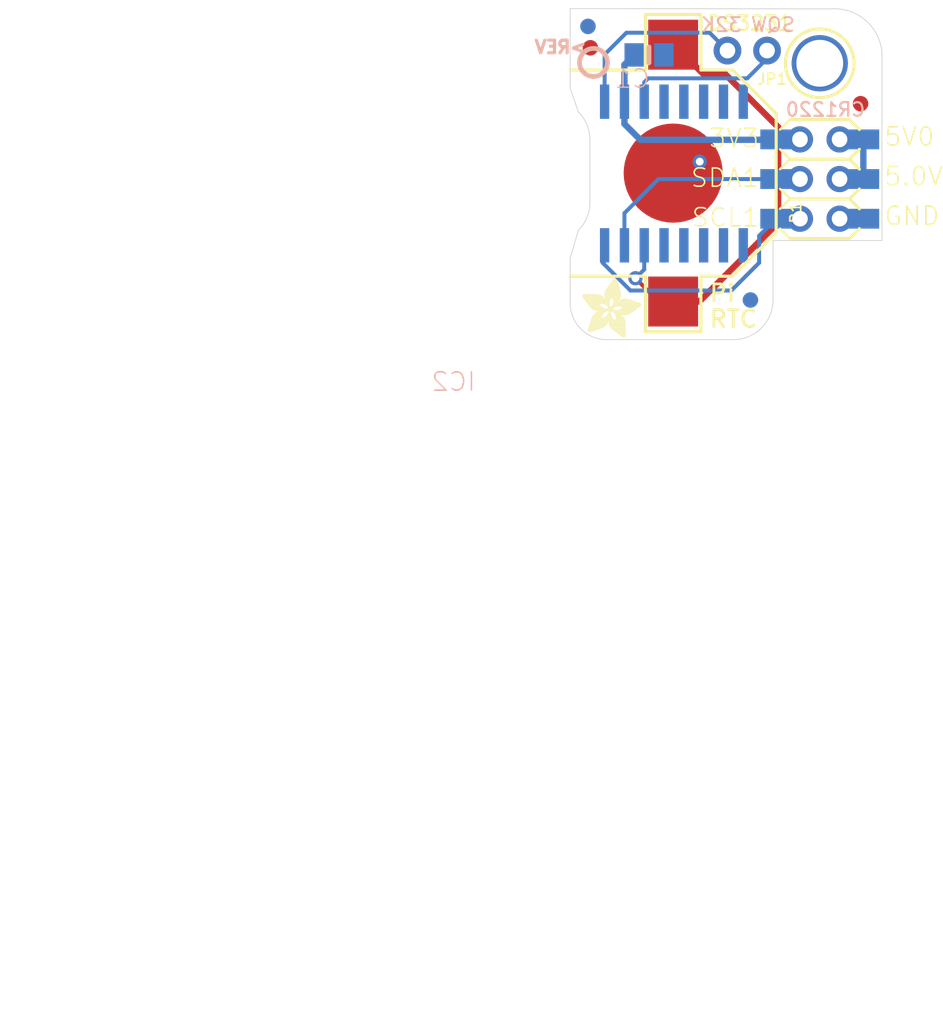
<source format=kicad_pcb>
(kicad_pcb (version 20211014) (generator pcbnew)
  (layers (0 "F.Cu" signal) (1 "In1.Cu" signal) (2 "In2.Cu" signal) (3 "In3.Cu" signal) (4 "In4.Cu" signal) (5 "In5.Cu" signal) (6 "In6.Cu" signal) (7 "In7.Cu" signal) (8 "In8.Cu" signal) (9 "In9.Cu" signal) (10 "In10.Cu" signal) (11 "In11.Cu" signal) (12 "In12.Cu" signal) (13 "In13.Cu" signal) (14 "In14.Cu" signal) (31 "B.Cu" signal) (34 "B.Paste" user) (35 "F.Paste" user) (36 "B.SilkS" user "B.Silkscreen") (37 "F.SilkS" user "F.Silkscreen") (38 "B.Mask" user) (39 "F.Mask" user) (44 "Edge.Cuts" user))
  (net 0 "")
  (net 1 "GND")
  (net 2 "SDA")
  (net 3 "SCL")
  (net 4 "VBAT")
  (net 5 "+5V")
  (net 6 "3.3V")
  (net 7 "32KHZ")
  (net 8 "SQW")
  (net 9 "~{RTC_RST}")
  (footprint "boardEagle:FIDUCIAL_1MM" (layer "F.Cu") (at 157.124829 100.4951 180)
    (fp_text reference "FID2" hide)
    (fp_text value "FIDUCIAL_1MM" hide)
    (pad "1" smd roundrect (at 0 0 180) (size 1 1) (layers "F.Cu" "F.Mask") (roundrect_rratio 0.5))
  )
  (footprint "boardEagle:RASPBERRYPI_2X3_THMSMT" (layer "F.Cu") (at 154.508629 105.3211)
    (fp_text reference "RPI1" hide)
    (fp_text value "RASPBERRYPI_2X3" hide)
    (fp_text user "5V0" (at 4.064 -2.032) (layer "F.SilkS") (effects (font (size 1.1684 1.1684) (thickness 0.1016)) (justify left bottom)))
    (fp_text user "3V3" (at -3.81 -3.302) (layer "F.SilkS") (effects (font (size 1.1684 1.1684) (thickness 0.1016)) (justify right top)))
    (fp_text user "SCL1" (at -3.81 1.778) (layer "F.SilkS") (effects (font (size 1.1684 1.1684) (thickness 0.1016)) (justify right top)))
    (fp_text user "GND" (at 4.064 3.048) (layer "F.SilkS") (effects (font (size 1.1684 1.1684) (thickness 0.1016)) (justify left bottom)))
    (fp_text user "SDA1" (at -3.81 -0.762) (layer "F.SilkS") (effects (font (size 1.1684 1.1684) (thickness 0.1016)) (justify right top)))
    (fp_text user "5.0V" (at 4.064 0.508) (layer "F.SilkS") (effects (font (size 1.1684 1.1684) (thickness 0.1016)) (justify left bottom)))
    (pad "1" thru_hole circle (at -1.27 -2.54 270) (size 1.6764 1.6764) (drill 1) (layers *.Cu *.Mask) (net 6 "3.3V"))
    (pad "1'" smd rect (at -2.794 -2.54 90) (size 1.27 2.032) (layers "B.Cu" "B.Paste" "B.Mask") (net 6 "3.3V"))
    (pad "2" thru_hole circle (at 1.27 -2.54 270) (size 1.6764 1.6764) (drill 1) (layers *.Cu *.Mask) (net 5 "+5V"))
    (pad "2'" smd rect (at 2.794 -2.54 90) (size 1.27 2.032) (layers "B.Cu" "B.Paste" "B.Mask") (net 5 "+5V"))
    (pad "3" thru_hole circle (at -1.27 0 270) (size 1.6764 1.6764) (drill 1) (layers *.Cu *.Mask) (net 2 "SDA"))
    (pad "3'" smd rect (at -2.794 0 90) (size 1.27 2.032) (layers "B.Cu" "B.Paste" "B.Mask") (net 2 "SDA"))
    (pad "4" thru_hole circle (at 1.27 0 270) (size 1.6764 1.6764) (drill 1) (layers *.Cu *.Mask) (net 5 "+5V"))
    (pad "4'" smd rect (at 2.794 0 90) (size 1.27 2.032) (layers "B.Cu" "B.Paste" "B.Mask") (net 5 "+5V"))
    (pad "5" thru_hole circle (at -1.27 2.54 270) (size 1.6764 1.6764) (drill 1) (layers *.Cu *.Mask) (net 3 "SCL"))
    (pad "5'" smd rect (at -2.794 2.54 90) (size 1.27 2.032) (layers "B.Cu" "B.Paste" "B.Mask") (net 3 "SCL"))
    (pad "6" thru_hole circle (at 1.27 2.54 270) (size 1.6764 1.6764) (drill 1) (layers *.Cu *.Mask) (net 1 "GND"))
    (pad "6'" smd rect (at 2.794 2.54 90) (size 1.27 2.032) (layers "B.Cu" "B.Paste" "B.Mask") (net 1 "GND"))
  )
  (footprint "boardEagle:1X02_ROUND" (layer "F.Cu") (at 149.860429 97.0915 180)
    (fp_text reference "JP1" (at -2.6162 -1.8288) (layer "F.SilkS") (effects (font (size 0.692831 0.692831) (thickness 0.119969)) (justify right)))
    (fp_text value "")
    (pad "1" thru_hole circle (at -1.27 0 270) (size 1.778 1.778) (drill 1) (layers *.Cu *.Mask) (net 8 "SQW"))
    (pad "2" thru_hole circle (at 1.27 0 270) (size 1.778 1.778) (drill 1) (layers *.Cu *.Mask) (net 7 "32KHZ"))
  )
  (footprint "boardEagle:CR1220" (layer "F.Cu") (at 145.110629 104.9401 90)
    (fp_text reference "B1" (at -3.302 7.86 90) (layer "F.SilkS") (effects (font (size 0.692831 0.692831) (thickness 0.119969)) (justify left)))
    (fp_text value "CR1220")
    (pad "+$1" smd rect (at -8.2254 0 90) (size 3.2 3.2) (layers "F.Cu" "F.Paste" "F.Mask") (net 4 "VBAT"))
    (pad "+$2" smd rect (at 8.2254 0 90) (size 3.2 3.2) (layers "F.Cu" "F.Paste" "F.Mask") (net 4 "VBAT"))
    (pad "-" smd roundrect (at 0 0 90) (size 6.35 6.35) (layers "F.Cu" "F.Mask") (roundrect_rratio 0.5) (net 1 "GND"))
  )
  (footprint "boardEagle:ADAFRUIT_3.5MM" (layer "F.Cu") (at 139.268629 115.4811)
    (fp_text reference "U$2" hide)
    (fp_text value "" hide)
  )
  (footprint "boardEagle:MOUNTINGHOLE_3.0_PLATEDTHIN" (layer "F.Cu") (at 154.508629 97.9043 180)
    (fp_text reference "U$4" hide)
    (fp_text value "MOUNTINGHOLE3.0THIN" hide)
    (pad "P$1" thru_hole circle (at 0 0 180) (size 3.6 3.6) (drill 3) (layers *.Cu *.Mask))
  )
  (footprint "boardEagle:FIDUCIAL_1MM" (layer "F.Cu") (at 139.802029 96.9137 180)
    (fp_text reference "FID1" hide)
    (fp_text value "FIDUCIAL_1MM" hide)
    (pad "1" smd roundrect (at 0 0 180) (size 1 1) (layers "F.Cu" "F.Mask") (roundrect_rratio 0.5))
  )
  (footprint "boardEagle:FIDUCIAL_1MM" (layer "B.Cu") (at 150.063629 113.0681 180)
    (fp_text reference "FID3" hide)
    (fp_text value "FIDUCIAL_1MM" hide)
    (pad "1" smd roundrect (at 0 0 180) (size 1 1) (layers "B.Cu" "B.Mask") (roundrect_rratio 0.5))
  )
  (footprint "boardEagle:0805-NO" (layer "B.Cu") (at 143.561229 97.3709)
    (fp_text reference "C1" (at -2.286 1.524) (layer "B.SilkS") (effects (font (size 1.176691 1.176691) (thickness 0.093309)) (justify right mirror)))
    (fp_text value "10uF")
    (pad "1" smd rect (at -0.95 0) (size 1.24 1.5) (layers "B.Cu" "B.Paste" "B.Mask") (net 6 "3.3V"))
    (pad "2" smd rect (at 0.95 0) (size 1.24 1.5) (layers "B.Cu" "B.Paste" "B.Mask") (net 1 "GND"))
  )
  (footprint "boardEagle:FIDUCIAL_1MM" (layer "B.Cu") (at 139.649629 95.5421 180)
    (fp_text reference "FID4" hide)
    (fp_text value "FIDUCIAL_1MM" hide)
    (pad "1" smd roundrect (at 0 0 180) (size 1 1) (layers "B.Cu" "B.Mask") (roundrect_rratio 0.5))
  )
  (footprint "boardEagle:PCBFEAT-REV-040" (layer "B.Cu") (at 140.005229 97.8535)
    (fp_text reference "U$3" hide)
    (fp_text value "" hide)
    (fp_text user ">REV" (at -0.3556 -0.508 180) (layer "B.SilkS") (effects (font (size 0.8128 0.8128) (thickness 0.2032)) (justify left bottom mirror)))
  )
  (footprint "boardEagle:SO16W" (layer "B.Cu") (at 145.161429 104.9655)
    (fp_text reference "IC2" (at -15.621 13.335) (layer "B.SilkS") (effects (font (size 1.176528 1.176528) (thickness 0.093472)) (justify right mirror)))
    (fp_text value "DS3231/SO")
    (pad "1" smd rect (at -4.445 -4.6) (size 0.6 2.2) (layers "B.Cu" "B.Paste" "B.Mask") (net 7 "32KHZ"))
    (pad "2" smd rect (at -3.175 -4.6) (size 0.6 2.2) (layers "B.Cu" "B.Paste" "B.Mask") (net 6 "3.3V"))
    (pad "3" smd rect (at -1.905 -4.6) (size 0.6 2.2) (layers "B.Cu" "B.Paste" "B.Mask") (net 8 "SQW"))
    (pad "4" smd rect (at -0.635 -4.6) (size 0.6 2.2) (layers "B.Cu" "B.Paste" "B.Mask") (net 9 "~{RTC_RST}"))
    (pad "5" smd rect (at 0.635 -4.6) (size 0.6 2.2) (layers "B.Cu" "B.Paste" "B.Mask") (net 1 "GND"))
    (pad "6" smd rect (at 1.905 -4.6) (size 0.6 2.2) (layers "B.Cu" "B.Paste" "B.Mask") (net 1 "GND"))
    (pad "7" smd rect (at 3.175 -4.6) (size 0.6 2.2) (layers "B.Cu" "B.Paste" "B.Mask") (net 1 "GND"))
    (pad "8" smd rect (at 4.445 -4.6) (size 0.6 2.2) (layers "B.Cu" "B.Paste" "B.Mask") (net 1 "GND"))
    (pad "9" smd rect (at 4.445 4.6) (size 0.6 2.2) (layers "B.Cu" "B.Paste" "B.Mask") (net 1 "GND"))
    (pad "10" smd rect (at 3.175 4.6) (size 0.6 2.2) (layers "B.Cu" "B.Paste" "B.Mask") (net 1 "GND"))
    (pad "11" smd rect (at 1.905 4.6) (size 0.6 2.2) (layers "B.Cu" "B.Paste" "B.Mask") (net 1 "GND"))
    (pad "12" smd rect (at 0.635 4.6) (size 0.6 2.2) (layers "B.Cu" "B.Paste" "B.Mask") (net 1 "GND"))
    (pad "13" smd rect (at -0.635 4.6) (size 0.6 2.2) (layers "B.Cu" "B.Paste" "B.Mask") (net 1 "GND"))
    (pad "14" smd rect (at -1.905 4.6) (size 0.6 2.2) (layers "B.Cu" "B.Paste" "B.Mask") (net 4 "VBAT"))
    (pad "15" smd rect (at -3.175 4.6) (size 0.6 2.2) (layers "B.Cu" "B.Paste" "B.Mask") (net 2 "SDA"))
    (pad "16" smd rect (at -4.445 4.6) (size 0.6 2.2) (layers "B.Cu" "B.Paste" "B.Mask") (net 3 "SCL"))
  )
  (gr_arc (start 139.776628 106.808997) (mid 139.583282 107.781014) (end 139.032679 108.60505) (layer "Edge.Cuts") (width 0.05))
  (gr_arc (start 140.792629 115.6081) (mid 139.14988 114.875046) (end 138.506629 113.1951) (layer "Edge.Cuts") (width 0.05))
  (gr_line (start 138.506629 94.3991) (end 155.194429 94.4245) (layer "Edge.Cuts") (width 0.05))
  (gr_line (start 151.511429 109.2581) (end 151.511429 113.0681) (layer "Edge.Cuts") (width 0.05))
  (gr_arc (start 155.194429 94.4245) (mid 157.424085 95.137633) (end 158.496429 97.2185) (layer "Edge.Cuts") (width 0.05))
  (gr_line (start 158.496429 109.2581) (end 151.511429 109.2581) (layer "Edge.Cuts") (width 0.05))
  (gr_line (start 148.971429 115.6081) (end 140.792629 115.6081) (layer "Edge.Cuts") (width 0.05))
  (gr_arc (start 151.511429 113.0681) (mid 150.76748 114.864151) (end 148.971429 115.6081) (layer "Edge.Cuts") (width 0.05))
  (gr_arc (start 139.032679 101.02115) (mid 139.583283 101.845186) (end 139.776629 102.817204) (layer "Edge.Cuts") (width 0.05))
  (gr_line (start 138.506629 99.4791) (end 138.506629 94.3991) (layer "Edge.Cuts") (width 0.05))
  (gr_line (start 139.776629 106.808997) (end 139.776629 102.817204) (layer "Edge.Cuts") (width 0.05))
  (gr_line (start 139.032679 101.02115) (end 138.506629 99.4791) (layer "Edge.Cuts") (width 0.05))
  (gr_line (start 138.506629 113.1951) (end 138.506629 110.4011) (layer "Edge.Cuts") (width 0.05))
  (gr_line (start 138.506629 110.4011) (end 139.032679 108.60505) (layer "Edge.Cuts") (width 0.05))
  (gr_line (start 158.496429 97.2185) (end 158.496429 109.2581) (layer "Edge.Cuts") (width 0.05))
  (gr_text "CR1220" (at 157.505829 101.3841) (layer "B.SilkS") (effects (font (size 0.87376 0.87376) (thickness 0.14224)) (justify left bottom mirror)))
  (gr_text "32K" (at 148.209429 95.4405) (layer "B.SilkS") (effects (font (size 0.89408 0.89408) (thickness 0.12192)) (justify mirror)))
  (gr_text "SQW" (at 151.511429 95.4405) (layer "B.SilkS") (effects (font (size 0.89408 0.89408) (thickness 0.12192)) (justify mirror)))
  (gr_text "DS3231" (at 147.218829 95.8977) (layer "F.SilkS") (effects (font (size 0.939292 0.939292) (thickness 0.152908)) (justify left bottom)))
  (gr_text "Pi" (at 147.345829 113.2713) (layer "F.SilkS") (effects (font (size 1.0922 1.0922) (thickness 0.1778)) (justify left bottom)))
  (gr_text "RTC" (at 147.345829 114.9223) (layer "F.SilkS") (effects (font (size 1.0922 1.0922) (thickness 0.1778)) (justify left bottom)))
  (segment (start 145.110629 104.9401) (end 144.856629 104.6861) (width 0.4064) (layer "F.Cu") (net 1))
  (segment (start 145.847229 104.2035) (end 146.812429 104.2035) (width 0.254) (layer "F.Cu") (net 1))
  (segment (start 145.110629 104.9401) (end 145.847229 104.2035) (width 0.254) (layer "F.Cu") (net 1))
  (via (at 146.812429 104.2035) (size 0.9064) (drill 0.5) (layers "F.Cu" "B.Cu") (net 1))
  (segment (start 157.302629 107.8611) (end 155.778629 107.8611) (width 0.4064) (layer "B.Cu") (net 1))
  (segment (start 144.170829 105.3211) (end 141.986429 107.5055) (width 0.254) (layer "B.Cu") (net 2))
  (segment (start 151.714629 105.3211) (end 153.238629 105.3211) (width 0.4064) (layer "B.Cu") (net 2))
  (segment (start 141.986429 107.5055) (end 141.986429 109.5655) (width 0.254) (layer "B.Cu") (net 2))
  (segment (start 151.714629 105.3211) (end 144.170829 105.3211) (width 0.254) (layer "B.Cu") (net 2))
  (segment (start 153.238629 107.8611) (end 151.714629 107.8611) (width 0.3048) (layer "B.Cu") (net 3))
  (segment (start 150.622429 110.6805) (end 148.844429 112.4585) (width 0.254) (layer "B.Cu") (net 3))
  (segment (start 140.716429 110.5535) (end 140.716429 109.5655) (width 0.254) (layer "B.Cu") (net 3))
  (segment (start 150.622429 108.9533) (end 150.622429 110.6805) (width 0.254) (layer "B.Cu") (net 3))
  (segment (start 148.844429 112.4585) (end 142.367429 112.4585) (width 0.254) (layer "B.Cu") (net 3))
  (segment (start 151.714629 107.8611) (end 150.622429 108.9533) (width 0.254) (layer "B.Cu") (net 3))
  (segment (start 142.367429 112.4585) (end 140.589429 110.6805) (width 0.254) (layer "B.Cu") (net 3))
  (segment (start 140.589429 110.6805) (end 140.716429 110.5535) (width 0.254) (layer "B.Cu") (net 3))
  (segment (start 151.841629 101.9937) (end 148.463429 98.6155) (width 0.4064) (layer "F.Cu") (net 4))
  (segment (start 145.201629 96.6237) (end 145.110629 96.7147) (width 0.4064) (layer "F.Cu") (net 4))
  (segment (start 148.463429 98.6155) (end 147.066429 98.6155) (width 0.4064) (layer "F.Cu") (net 4))
  (segment (start 144.182329 113.1655) (end 145.110629 113.1655) (width 0.254) (layer "F.Cu") (net 4))
  (segment (start 142.691929 111.6751) (end 144.182329 113.1655) (width 0.254) (layer "F.Cu") (net 4))
  (segment (start 145.201629 96.7507) (end 145.201629 96.6237) (width 0.4064) (layer "F.Cu") (net 4))
  (segment (start 151.841629 108.1151) (end 151.841629 101.9937) (width 0.4064) (layer "F.Cu") (net 4))
  (segment (start 145.110629 113.1655) (end 146.791229 113.1655) (width 0.4064) (layer "F.Cu") (net 4))
  (segment (start 146.791229 113.1655) (end 151.841629 108.1151) (width 0.4064) (layer "F.Cu") (net 4))
  (segment (start 147.066429 98.6155) (end 145.201629 96.7507) (width 0.4064) (layer "F.Cu") (net 4))
  (via (at 142.691929 111.6751) (size 0.9064) (drill 0.5) (layers "F.Cu" "B.Cu") (net 4))
  (segment (start 143.256429 109.5655) (end 143.256429 111.1106) (width 0.254) (layer "B.Cu") (net 4))
  (segment (start 143.256429 111.1106) (end 142.691929 111.6751) (width 0.254) (layer "B.Cu") (net 4))
  (segment (start 157.302629 105.3211) (end 155.778629 105.3211) (width 0.4064) (layer "B.Cu") (net 5))
  (segment (start 155.778629 102.7811) (end 157.302629 102.7811) (width 0.4064) (layer "B.Cu") (net 5))
  (segment (start 157.302629 105.3211) (end 157.302629 102.7811) (width 0.4064) (layer "B.Cu") (net 5))
  (segment (start 141.986429 101.7905) (end 141.986429 100.3655) (width 0.4064) (layer "B.Cu") (net 6))
  (segment (start 141.986429 100.3655) (end 141.986429 97.9957) (width 0.4064) (layer "B.Cu") (net 6))
  (segment (start 151.714629 102.7811) (end 153.238629 102.7811) (width 0.4064) (layer "B.Cu") (net 6))
  (segment (start 141.986429 97.9957) (end 142.611229 97.3709) (width 0.4064) (layer "B.Cu") (net 6))
  (segment (start 150.622429 102.8065) (end 143.002429 102.8065) (width 0.4064) (layer "B.Cu") (net 6))
  (segment (start 151.714629 102.7811) (end 150.622429 102.8065) (width 0.4064) (layer "B.Cu") (net 6))
  (segment (start 143.002429 102.8065) (end 141.986429 101.7905) (width 0.4064) (layer "B.Cu") (net 6))
  (segment (start 140.716429 100.3655) (end 140.716429 97.3455) (width 0.254) (layer "B.Cu") (net 7))
  (segment (start 147.447429 95.9485) (end 148.590429 97.0915) (width 0.254) (layer "B.Cu") (net 7))
  (segment (start 142.113429 95.9485) (end 140.716429 97.3455) (width 0.254) (layer "B.Cu") (net 7))
  (segment (start 142.113429 95.9485) (end 147.447429 95.9485) (width 0.254) (layer "B.Cu") (net 7))
  (segment (start 143.256429 100.3655) (end 143.256429 99.1235) (width 0.254) (layer "B.Cu") (net 8))
  (segment (start 143.256429 99.1235) (end 143.510429 98.8695) (width 0.254) (layer "B.Cu") (net 8))
  (segment (start 149.860429 98.8695) (end 143.510429 98.8695) (width 0.254) (layer "B.Cu") (net 8))
  (segment (start 149.860429 98.8695) (end 151.130429 97.5995) (width 0.254) (layer "B.Cu") (net 8))
  (segment (start 151.130429 97.5995) (end 151.130429 97.0915) (width 0.254) (layer "B.Cu") (net 8))
)
</source>
